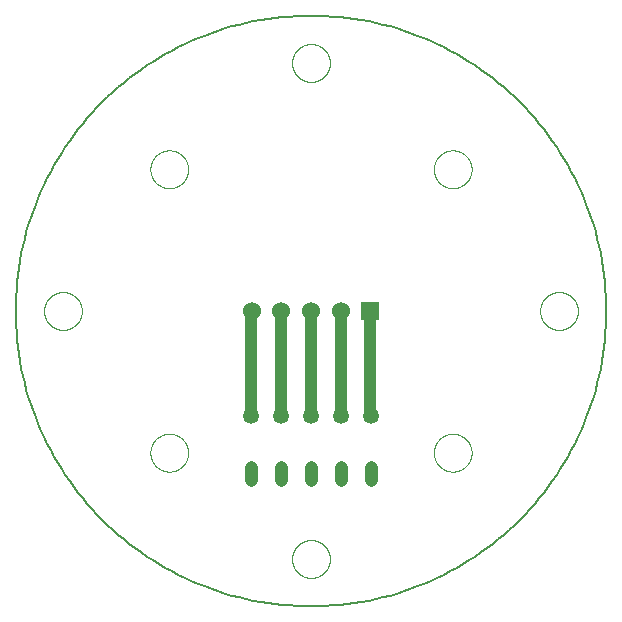
<source format=gtl>
G75*
%MOIN*%
%OFA0B0*%
%FSLAX25Y25*%
%IPPOS*%
%LPD*%
%AMOC8*
5,1,8,0,0,1.08239X$1,22.5*
%
%ADD10C,0.00600*%
%ADD11C,0.00000*%
%ADD12R,0.06000X0.06000*%
%ADD13C,0.06000*%
%ADD14C,0.04362*%
%ADD15C,0.04000*%
%ADD16C,0.05315*%
D10*
X0001300Y0099725D02*
X0001330Y0102140D01*
X0001419Y0104554D01*
X0001567Y0106966D01*
X0001774Y0109372D01*
X0002040Y0111773D01*
X0002365Y0114167D01*
X0002749Y0116552D01*
X0003191Y0118927D01*
X0003692Y0121290D01*
X0004250Y0123640D01*
X0004865Y0125976D01*
X0005538Y0128296D01*
X0006268Y0130599D01*
X0007054Y0132883D01*
X0007895Y0135148D01*
X0008792Y0137391D01*
X0009744Y0139611D01*
X0010750Y0141807D01*
X0011809Y0143978D01*
X0012922Y0146122D01*
X0014087Y0148239D01*
X0015303Y0150326D01*
X0016570Y0152382D01*
X0017888Y0154407D01*
X0019254Y0156399D01*
X0020669Y0158357D01*
X0022132Y0160279D01*
X0023641Y0162165D01*
X0025197Y0164014D01*
X0026797Y0165823D01*
X0028441Y0167593D01*
X0030128Y0169322D01*
X0031857Y0171009D01*
X0033627Y0172653D01*
X0035436Y0174253D01*
X0037285Y0175809D01*
X0039171Y0177318D01*
X0041093Y0178781D01*
X0043051Y0180196D01*
X0045043Y0181562D01*
X0047068Y0182880D01*
X0049124Y0184147D01*
X0051211Y0185363D01*
X0053328Y0186528D01*
X0055472Y0187641D01*
X0057643Y0188700D01*
X0059839Y0189706D01*
X0062059Y0190658D01*
X0064302Y0191555D01*
X0066567Y0192396D01*
X0068851Y0193182D01*
X0071154Y0193912D01*
X0073474Y0194585D01*
X0075810Y0195200D01*
X0078160Y0195758D01*
X0080523Y0196259D01*
X0082898Y0196701D01*
X0085283Y0197085D01*
X0087677Y0197410D01*
X0090078Y0197676D01*
X0092484Y0197883D01*
X0094896Y0198031D01*
X0097310Y0198120D01*
X0099725Y0198150D01*
X0102140Y0198120D01*
X0104554Y0198031D01*
X0106966Y0197883D01*
X0109372Y0197676D01*
X0111773Y0197410D01*
X0114167Y0197085D01*
X0116552Y0196701D01*
X0118927Y0196259D01*
X0121290Y0195758D01*
X0123640Y0195200D01*
X0125976Y0194585D01*
X0128296Y0193912D01*
X0130599Y0193182D01*
X0132883Y0192396D01*
X0135148Y0191555D01*
X0137391Y0190658D01*
X0139611Y0189706D01*
X0141807Y0188700D01*
X0143978Y0187641D01*
X0146122Y0186528D01*
X0148239Y0185363D01*
X0150326Y0184147D01*
X0152382Y0182880D01*
X0154407Y0181562D01*
X0156399Y0180196D01*
X0158357Y0178781D01*
X0160279Y0177318D01*
X0162165Y0175809D01*
X0164014Y0174253D01*
X0165823Y0172653D01*
X0167593Y0171009D01*
X0169322Y0169322D01*
X0171009Y0167593D01*
X0172653Y0165823D01*
X0174253Y0164014D01*
X0175809Y0162165D01*
X0177318Y0160279D01*
X0178781Y0158357D01*
X0180196Y0156399D01*
X0181562Y0154407D01*
X0182880Y0152382D01*
X0184147Y0150326D01*
X0185363Y0148239D01*
X0186528Y0146122D01*
X0187641Y0143978D01*
X0188700Y0141807D01*
X0189706Y0139611D01*
X0190658Y0137391D01*
X0191555Y0135148D01*
X0192396Y0132883D01*
X0193182Y0130599D01*
X0193912Y0128296D01*
X0194585Y0125976D01*
X0195200Y0123640D01*
X0195758Y0121290D01*
X0196259Y0118927D01*
X0196701Y0116552D01*
X0197085Y0114167D01*
X0197410Y0111773D01*
X0197676Y0109372D01*
X0197883Y0106966D01*
X0198031Y0104554D01*
X0198120Y0102140D01*
X0198150Y0099725D01*
X0198120Y0097310D01*
X0198031Y0094896D01*
X0197883Y0092484D01*
X0197676Y0090078D01*
X0197410Y0087677D01*
X0197085Y0085283D01*
X0196701Y0082898D01*
X0196259Y0080523D01*
X0195758Y0078160D01*
X0195200Y0075810D01*
X0194585Y0073474D01*
X0193912Y0071154D01*
X0193182Y0068851D01*
X0192396Y0066567D01*
X0191555Y0064302D01*
X0190658Y0062059D01*
X0189706Y0059839D01*
X0188700Y0057643D01*
X0187641Y0055472D01*
X0186528Y0053328D01*
X0185363Y0051211D01*
X0184147Y0049124D01*
X0182880Y0047068D01*
X0181562Y0045043D01*
X0180196Y0043051D01*
X0178781Y0041093D01*
X0177318Y0039171D01*
X0175809Y0037285D01*
X0174253Y0035436D01*
X0172653Y0033627D01*
X0171009Y0031857D01*
X0169322Y0030128D01*
X0167593Y0028441D01*
X0165823Y0026797D01*
X0164014Y0025197D01*
X0162165Y0023641D01*
X0160279Y0022132D01*
X0158357Y0020669D01*
X0156399Y0019254D01*
X0154407Y0017888D01*
X0152382Y0016570D01*
X0150326Y0015303D01*
X0148239Y0014087D01*
X0146122Y0012922D01*
X0143978Y0011809D01*
X0141807Y0010750D01*
X0139611Y0009744D01*
X0137391Y0008792D01*
X0135148Y0007895D01*
X0132883Y0007054D01*
X0130599Y0006268D01*
X0128296Y0005538D01*
X0125976Y0004865D01*
X0123640Y0004250D01*
X0121290Y0003692D01*
X0118927Y0003191D01*
X0116552Y0002749D01*
X0114167Y0002365D01*
X0111773Y0002040D01*
X0109372Y0001774D01*
X0106966Y0001567D01*
X0104554Y0001419D01*
X0102140Y0001330D01*
X0099725Y0001300D01*
X0097310Y0001330D01*
X0094896Y0001419D01*
X0092484Y0001567D01*
X0090078Y0001774D01*
X0087677Y0002040D01*
X0085283Y0002365D01*
X0082898Y0002749D01*
X0080523Y0003191D01*
X0078160Y0003692D01*
X0075810Y0004250D01*
X0073474Y0004865D01*
X0071154Y0005538D01*
X0068851Y0006268D01*
X0066567Y0007054D01*
X0064302Y0007895D01*
X0062059Y0008792D01*
X0059839Y0009744D01*
X0057643Y0010750D01*
X0055472Y0011809D01*
X0053328Y0012922D01*
X0051211Y0014087D01*
X0049124Y0015303D01*
X0047068Y0016570D01*
X0045043Y0017888D01*
X0043051Y0019254D01*
X0041093Y0020669D01*
X0039171Y0022132D01*
X0037285Y0023641D01*
X0035436Y0025197D01*
X0033627Y0026797D01*
X0031857Y0028441D01*
X0030128Y0030128D01*
X0028441Y0031857D01*
X0026797Y0033627D01*
X0025197Y0035436D01*
X0023641Y0037285D01*
X0022132Y0039171D01*
X0020669Y0041093D01*
X0019254Y0043051D01*
X0017888Y0045043D01*
X0016570Y0047068D01*
X0015303Y0049124D01*
X0014087Y0051211D01*
X0012922Y0053328D01*
X0011809Y0055472D01*
X0010750Y0057643D01*
X0009744Y0059839D01*
X0008792Y0062059D01*
X0007895Y0064302D01*
X0007054Y0066567D01*
X0006268Y0068851D01*
X0005538Y0071154D01*
X0004865Y0073474D01*
X0004250Y0075810D01*
X0003692Y0078160D01*
X0003191Y0080523D01*
X0002749Y0082898D01*
X0002365Y0085283D01*
X0002040Y0087677D01*
X0001774Y0090078D01*
X0001567Y0092484D01*
X0001419Y0094896D01*
X0001330Y0097310D01*
X0001300Y0099725D01*
D11*
X0046182Y0052481D02*
X0046184Y0052639D01*
X0046190Y0052797D01*
X0046200Y0052955D01*
X0046214Y0053113D01*
X0046232Y0053270D01*
X0046253Y0053427D01*
X0046279Y0053583D01*
X0046309Y0053739D01*
X0046342Y0053894D01*
X0046380Y0054047D01*
X0046421Y0054200D01*
X0046466Y0054352D01*
X0046515Y0054503D01*
X0046568Y0054652D01*
X0046624Y0054800D01*
X0046684Y0054946D01*
X0046748Y0055091D01*
X0046816Y0055234D01*
X0046887Y0055376D01*
X0046961Y0055516D01*
X0047039Y0055653D01*
X0047121Y0055789D01*
X0047205Y0055923D01*
X0047294Y0056054D01*
X0047385Y0056183D01*
X0047480Y0056310D01*
X0047577Y0056435D01*
X0047678Y0056557D01*
X0047782Y0056676D01*
X0047889Y0056793D01*
X0047999Y0056907D01*
X0048112Y0057018D01*
X0048227Y0057127D01*
X0048345Y0057232D01*
X0048466Y0057334D01*
X0048589Y0057434D01*
X0048715Y0057530D01*
X0048843Y0057623D01*
X0048973Y0057713D01*
X0049106Y0057799D01*
X0049241Y0057883D01*
X0049377Y0057962D01*
X0049516Y0058039D01*
X0049657Y0058111D01*
X0049799Y0058181D01*
X0049943Y0058246D01*
X0050089Y0058308D01*
X0050236Y0058366D01*
X0050385Y0058421D01*
X0050535Y0058472D01*
X0050686Y0058519D01*
X0050838Y0058562D01*
X0050991Y0058601D01*
X0051146Y0058637D01*
X0051301Y0058668D01*
X0051457Y0058696D01*
X0051613Y0058720D01*
X0051770Y0058740D01*
X0051928Y0058756D01*
X0052085Y0058768D01*
X0052244Y0058776D01*
X0052402Y0058780D01*
X0052560Y0058780D01*
X0052718Y0058776D01*
X0052877Y0058768D01*
X0053034Y0058756D01*
X0053192Y0058740D01*
X0053349Y0058720D01*
X0053505Y0058696D01*
X0053661Y0058668D01*
X0053816Y0058637D01*
X0053971Y0058601D01*
X0054124Y0058562D01*
X0054276Y0058519D01*
X0054427Y0058472D01*
X0054577Y0058421D01*
X0054726Y0058366D01*
X0054873Y0058308D01*
X0055019Y0058246D01*
X0055163Y0058181D01*
X0055305Y0058111D01*
X0055446Y0058039D01*
X0055585Y0057962D01*
X0055721Y0057883D01*
X0055856Y0057799D01*
X0055989Y0057713D01*
X0056119Y0057623D01*
X0056247Y0057530D01*
X0056373Y0057434D01*
X0056496Y0057334D01*
X0056617Y0057232D01*
X0056735Y0057127D01*
X0056850Y0057018D01*
X0056963Y0056907D01*
X0057073Y0056793D01*
X0057180Y0056676D01*
X0057284Y0056557D01*
X0057385Y0056435D01*
X0057482Y0056310D01*
X0057577Y0056183D01*
X0057668Y0056054D01*
X0057757Y0055923D01*
X0057841Y0055789D01*
X0057923Y0055653D01*
X0058001Y0055516D01*
X0058075Y0055376D01*
X0058146Y0055234D01*
X0058214Y0055091D01*
X0058278Y0054946D01*
X0058338Y0054800D01*
X0058394Y0054652D01*
X0058447Y0054503D01*
X0058496Y0054352D01*
X0058541Y0054200D01*
X0058582Y0054047D01*
X0058620Y0053894D01*
X0058653Y0053739D01*
X0058683Y0053583D01*
X0058709Y0053427D01*
X0058730Y0053270D01*
X0058748Y0053113D01*
X0058762Y0052955D01*
X0058772Y0052797D01*
X0058778Y0052639D01*
X0058780Y0052481D01*
X0058778Y0052323D01*
X0058772Y0052165D01*
X0058762Y0052007D01*
X0058748Y0051849D01*
X0058730Y0051692D01*
X0058709Y0051535D01*
X0058683Y0051379D01*
X0058653Y0051223D01*
X0058620Y0051068D01*
X0058582Y0050915D01*
X0058541Y0050762D01*
X0058496Y0050610D01*
X0058447Y0050459D01*
X0058394Y0050310D01*
X0058338Y0050162D01*
X0058278Y0050016D01*
X0058214Y0049871D01*
X0058146Y0049728D01*
X0058075Y0049586D01*
X0058001Y0049446D01*
X0057923Y0049309D01*
X0057841Y0049173D01*
X0057757Y0049039D01*
X0057668Y0048908D01*
X0057577Y0048779D01*
X0057482Y0048652D01*
X0057385Y0048527D01*
X0057284Y0048405D01*
X0057180Y0048286D01*
X0057073Y0048169D01*
X0056963Y0048055D01*
X0056850Y0047944D01*
X0056735Y0047835D01*
X0056617Y0047730D01*
X0056496Y0047628D01*
X0056373Y0047528D01*
X0056247Y0047432D01*
X0056119Y0047339D01*
X0055989Y0047249D01*
X0055856Y0047163D01*
X0055721Y0047079D01*
X0055585Y0047000D01*
X0055446Y0046923D01*
X0055305Y0046851D01*
X0055163Y0046781D01*
X0055019Y0046716D01*
X0054873Y0046654D01*
X0054726Y0046596D01*
X0054577Y0046541D01*
X0054427Y0046490D01*
X0054276Y0046443D01*
X0054124Y0046400D01*
X0053971Y0046361D01*
X0053816Y0046325D01*
X0053661Y0046294D01*
X0053505Y0046266D01*
X0053349Y0046242D01*
X0053192Y0046222D01*
X0053034Y0046206D01*
X0052877Y0046194D01*
X0052718Y0046186D01*
X0052560Y0046182D01*
X0052402Y0046182D01*
X0052244Y0046186D01*
X0052085Y0046194D01*
X0051928Y0046206D01*
X0051770Y0046222D01*
X0051613Y0046242D01*
X0051457Y0046266D01*
X0051301Y0046294D01*
X0051146Y0046325D01*
X0050991Y0046361D01*
X0050838Y0046400D01*
X0050686Y0046443D01*
X0050535Y0046490D01*
X0050385Y0046541D01*
X0050236Y0046596D01*
X0050089Y0046654D01*
X0049943Y0046716D01*
X0049799Y0046781D01*
X0049657Y0046851D01*
X0049516Y0046923D01*
X0049377Y0047000D01*
X0049241Y0047079D01*
X0049106Y0047163D01*
X0048973Y0047249D01*
X0048843Y0047339D01*
X0048715Y0047432D01*
X0048589Y0047528D01*
X0048466Y0047628D01*
X0048345Y0047730D01*
X0048227Y0047835D01*
X0048112Y0047944D01*
X0047999Y0048055D01*
X0047889Y0048169D01*
X0047782Y0048286D01*
X0047678Y0048405D01*
X0047577Y0048527D01*
X0047480Y0048652D01*
X0047385Y0048779D01*
X0047294Y0048908D01*
X0047205Y0049039D01*
X0047121Y0049173D01*
X0047039Y0049309D01*
X0046961Y0049446D01*
X0046887Y0049586D01*
X0046816Y0049728D01*
X0046748Y0049871D01*
X0046684Y0050016D01*
X0046624Y0050162D01*
X0046568Y0050310D01*
X0046515Y0050459D01*
X0046466Y0050610D01*
X0046421Y0050762D01*
X0046380Y0050915D01*
X0046342Y0051068D01*
X0046309Y0051223D01*
X0046279Y0051379D01*
X0046253Y0051535D01*
X0046232Y0051692D01*
X0046214Y0051849D01*
X0046200Y0052007D01*
X0046190Y0052165D01*
X0046184Y0052323D01*
X0046182Y0052481D01*
X0010749Y0099725D02*
X0010751Y0099883D01*
X0010757Y0100041D01*
X0010767Y0100199D01*
X0010781Y0100357D01*
X0010799Y0100514D01*
X0010820Y0100671D01*
X0010846Y0100827D01*
X0010876Y0100983D01*
X0010909Y0101138D01*
X0010947Y0101291D01*
X0010988Y0101444D01*
X0011033Y0101596D01*
X0011082Y0101747D01*
X0011135Y0101896D01*
X0011191Y0102044D01*
X0011251Y0102190D01*
X0011315Y0102335D01*
X0011383Y0102478D01*
X0011454Y0102620D01*
X0011528Y0102760D01*
X0011606Y0102897D01*
X0011688Y0103033D01*
X0011772Y0103167D01*
X0011861Y0103298D01*
X0011952Y0103427D01*
X0012047Y0103554D01*
X0012144Y0103679D01*
X0012245Y0103801D01*
X0012349Y0103920D01*
X0012456Y0104037D01*
X0012566Y0104151D01*
X0012679Y0104262D01*
X0012794Y0104371D01*
X0012912Y0104476D01*
X0013033Y0104578D01*
X0013156Y0104678D01*
X0013282Y0104774D01*
X0013410Y0104867D01*
X0013540Y0104957D01*
X0013673Y0105043D01*
X0013808Y0105127D01*
X0013944Y0105206D01*
X0014083Y0105283D01*
X0014224Y0105355D01*
X0014366Y0105425D01*
X0014510Y0105490D01*
X0014656Y0105552D01*
X0014803Y0105610D01*
X0014952Y0105665D01*
X0015102Y0105716D01*
X0015253Y0105763D01*
X0015405Y0105806D01*
X0015558Y0105845D01*
X0015713Y0105881D01*
X0015868Y0105912D01*
X0016024Y0105940D01*
X0016180Y0105964D01*
X0016337Y0105984D01*
X0016495Y0106000D01*
X0016652Y0106012D01*
X0016811Y0106020D01*
X0016969Y0106024D01*
X0017127Y0106024D01*
X0017285Y0106020D01*
X0017444Y0106012D01*
X0017601Y0106000D01*
X0017759Y0105984D01*
X0017916Y0105964D01*
X0018072Y0105940D01*
X0018228Y0105912D01*
X0018383Y0105881D01*
X0018538Y0105845D01*
X0018691Y0105806D01*
X0018843Y0105763D01*
X0018994Y0105716D01*
X0019144Y0105665D01*
X0019293Y0105610D01*
X0019440Y0105552D01*
X0019586Y0105490D01*
X0019730Y0105425D01*
X0019872Y0105355D01*
X0020013Y0105283D01*
X0020152Y0105206D01*
X0020288Y0105127D01*
X0020423Y0105043D01*
X0020556Y0104957D01*
X0020686Y0104867D01*
X0020814Y0104774D01*
X0020940Y0104678D01*
X0021063Y0104578D01*
X0021184Y0104476D01*
X0021302Y0104371D01*
X0021417Y0104262D01*
X0021530Y0104151D01*
X0021640Y0104037D01*
X0021747Y0103920D01*
X0021851Y0103801D01*
X0021952Y0103679D01*
X0022049Y0103554D01*
X0022144Y0103427D01*
X0022235Y0103298D01*
X0022324Y0103167D01*
X0022408Y0103033D01*
X0022490Y0102897D01*
X0022568Y0102760D01*
X0022642Y0102620D01*
X0022713Y0102478D01*
X0022781Y0102335D01*
X0022845Y0102190D01*
X0022905Y0102044D01*
X0022961Y0101896D01*
X0023014Y0101747D01*
X0023063Y0101596D01*
X0023108Y0101444D01*
X0023149Y0101291D01*
X0023187Y0101138D01*
X0023220Y0100983D01*
X0023250Y0100827D01*
X0023276Y0100671D01*
X0023297Y0100514D01*
X0023315Y0100357D01*
X0023329Y0100199D01*
X0023339Y0100041D01*
X0023345Y0099883D01*
X0023347Y0099725D01*
X0023345Y0099567D01*
X0023339Y0099409D01*
X0023329Y0099251D01*
X0023315Y0099093D01*
X0023297Y0098936D01*
X0023276Y0098779D01*
X0023250Y0098623D01*
X0023220Y0098467D01*
X0023187Y0098312D01*
X0023149Y0098159D01*
X0023108Y0098006D01*
X0023063Y0097854D01*
X0023014Y0097703D01*
X0022961Y0097554D01*
X0022905Y0097406D01*
X0022845Y0097260D01*
X0022781Y0097115D01*
X0022713Y0096972D01*
X0022642Y0096830D01*
X0022568Y0096690D01*
X0022490Y0096553D01*
X0022408Y0096417D01*
X0022324Y0096283D01*
X0022235Y0096152D01*
X0022144Y0096023D01*
X0022049Y0095896D01*
X0021952Y0095771D01*
X0021851Y0095649D01*
X0021747Y0095530D01*
X0021640Y0095413D01*
X0021530Y0095299D01*
X0021417Y0095188D01*
X0021302Y0095079D01*
X0021184Y0094974D01*
X0021063Y0094872D01*
X0020940Y0094772D01*
X0020814Y0094676D01*
X0020686Y0094583D01*
X0020556Y0094493D01*
X0020423Y0094407D01*
X0020288Y0094323D01*
X0020152Y0094244D01*
X0020013Y0094167D01*
X0019872Y0094095D01*
X0019730Y0094025D01*
X0019586Y0093960D01*
X0019440Y0093898D01*
X0019293Y0093840D01*
X0019144Y0093785D01*
X0018994Y0093734D01*
X0018843Y0093687D01*
X0018691Y0093644D01*
X0018538Y0093605D01*
X0018383Y0093569D01*
X0018228Y0093538D01*
X0018072Y0093510D01*
X0017916Y0093486D01*
X0017759Y0093466D01*
X0017601Y0093450D01*
X0017444Y0093438D01*
X0017285Y0093430D01*
X0017127Y0093426D01*
X0016969Y0093426D01*
X0016811Y0093430D01*
X0016652Y0093438D01*
X0016495Y0093450D01*
X0016337Y0093466D01*
X0016180Y0093486D01*
X0016024Y0093510D01*
X0015868Y0093538D01*
X0015713Y0093569D01*
X0015558Y0093605D01*
X0015405Y0093644D01*
X0015253Y0093687D01*
X0015102Y0093734D01*
X0014952Y0093785D01*
X0014803Y0093840D01*
X0014656Y0093898D01*
X0014510Y0093960D01*
X0014366Y0094025D01*
X0014224Y0094095D01*
X0014083Y0094167D01*
X0013944Y0094244D01*
X0013808Y0094323D01*
X0013673Y0094407D01*
X0013540Y0094493D01*
X0013410Y0094583D01*
X0013282Y0094676D01*
X0013156Y0094772D01*
X0013033Y0094872D01*
X0012912Y0094974D01*
X0012794Y0095079D01*
X0012679Y0095188D01*
X0012566Y0095299D01*
X0012456Y0095413D01*
X0012349Y0095530D01*
X0012245Y0095649D01*
X0012144Y0095771D01*
X0012047Y0095896D01*
X0011952Y0096023D01*
X0011861Y0096152D01*
X0011772Y0096283D01*
X0011688Y0096417D01*
X0011606Y0096553D01*
X0011528Y0096690D01*
X0011454Y0096830D01*
X0011383Y0096972D01*
X0011315Y0097115D01*
X0011251Y0097260D01*
X0011191Y0097406D01*
X0011135Y0097554D01*
X0011082Y0097703D01*
X0011033Y0097854D01*
X0010988Y0098006D01*
X0010947Y0098159D01*
X0010909Y0098312D01*
X0010876Y0098467D01*
X0010846Y0098623D01*
X0010820Y0098779D01*
X0010799Y0098936D01*
X0010781Y0099093D01*
X0010767Y0099251D01*
X0010757Y0099409D01*
X0010751Y0099567D01*
X0010749Y0099725D01*
X0046182Y0146969D02*
X0046184Y0147127D01*
X0046190Y0147285D01*
X0046200Y0147443D01*
X0046214Y0147601D01*
X0046232Y0147758D01*
X0046253Y0147915D01*
X0046279Y0148071D01*
X0046309Y0148227D01*
X0046342Y0148382D01*
X0046380Y0148535D01*
X0046421Y0148688D01*
X0046466Y0148840D01*
X0046515Y0148991D01*
X0046568Y0149140D01*
X0046624Y0149288D01*
X0046684Y0149434D01*
X0046748Y0149579D01*
X0046816Y0149722D01*
X0046887Y0149864D01*
X0046961Y0150004D01*
X0047039Y0150141D01*
X0047121Y0150277D01*
X0047205Y0150411D01*
X0047294Y0150542D01*
X0047385Y0150671D01*
X0047480Y0150798D01*
X0047577Y0150923D01*
X0047678Y0151045D01*
X0047782Y0151164D01*
X0047889Y0151281D01*
X0047999Y0151395D01*
X0048112Y0151506D01*
X0048227Y0151615D01*
X0048345Y0151720D01*
X0048466Y0151822D01*
X0048589Y0151922D01*
X0048715Y0152018D01*
X0048843Y0152111D01*
X0048973Y0152201D01*
X0049106Y0152287D01*
X0049241Y0152371D01*
X0049377Y0152450D01*
X0049516Y0152527D01*
X0049657Y0152599D01*
X0049799Y0152669D01*
X0049943Y0152734D01*
X0050089Y0152796D01*
X0050236Y0152854D01*
X0050385Y0152909D01*
X0050535Y0152960D01*
X0050686Y0153007D01*
X0050838Y0153050D01*
X0050991Y0153089D01*
X0051146Y0153125D01*
X0051301Y0153156D01*
X0051457Y0153184D01*
X0051613Y0153208D01*
X0051770Y0153228D01*
X0051928Y0153244D01*
X0052085Y0153256D01*
X0052244Y0153264D01*
X0052402Y0153268D01*
X0052560Y0153268D01*
X0052718Y0153264D01*
X0052877Y0153256D01*
X0053034Y0153244D01*
X0053192Y0153228D01*
X0053349Y0153208D01*
X0053505Y0153184D01*
X0053661Y0153156D01*
X0053816Y0153125D01*
X0053971Y0153089D01*
X0054124Y0153050D01*
X0054276Y0153007D01*
X0054427Y0152960D01*
X0054577Y0152909D01*
X0054726Y0152854D01*
X0054873Y0152796D01*
X0055019Y0152734D01*
X0055163Y0152669D01*
X0055305Y0152599D01*
X0055446Y0152527D01*
X0055585Y0152450D01*
X0055721Y0152371D01*
X0055856Y0152287D01*
X0055989Y0152201D01*
X0056119Y0152111D01*
X0056247Y0152018D01*
X0056373Y0151922D01*
X0056496Y0151822D01*
X0056617Y0151720D01*
X0056735Y0151615D01*
X0056850Y0151506D01*
X0056963Y0151395D01*
X0057073Y0151281D01*
X0057180Y0151164D01*
X0057284Y0151045D01*
X0057385Y0150923D01*
X0057482Y0150798D01*
X0057577Y0150671D01*
X0057668Y0150542D01*
X0057757Y0150411D01*
X0057841Y0150277D01*
X0057923Y0150141D01*
X0058001Y0150004D01*
X0058075Y0149864D01*
X0058146Y0149722D01*
X0058214Y0149579D01*
X0058278Y0149434D01*
X0058338Y0149288D01*
X0058394Y0149140D01*
X0058447Y0148991D01*
X0058496Y0148840D01*
X0058541Y0148688D01*
X0058582Y0148535D01*
X0058620Y0148382D01*
X0058653Y0148227D01*
X0058683Y0148071D01*
X0058709Y0147915D01*
X0058730Y0147758D01*
X0058748Y0147601D01*
X0058762Y0147443D01*
X0058772Y0147285D01*
X0058778Y0147127D01*
X0058780Y0146969D01*
X0058778Y0146811D01*
X0058772Y0146653D01*
X0058762Y0146495D01*
X0058748Y0146337D01*
X0058730Y0146180D01*
X0058709Y0146023D01*
X0058683Y0145867D01*
X0058653Y0145711D01*
X0058620Y0145556D01*
X0058582Y0145403D01*
X0058541Y0145250D01*
X0058496Y0145098D01*
X0058447Y0144947D01*
X0058394Y0144798D01*
X0058338Y0144650D01*
X0058278Y0144504D01*
X0058214Y0144359D01*
X0058146Y0144216D01*
X0058075Y0144074D01*
X0058001Y0143934D01*
X0057923Y0143797D01*
X0057841Y0143661D01*
X0057757Y0143527D01*
X0057668Y0143396D01*
X0057577Y0143267D01*
X0057482Y0143140D01*
X0057385Y0143015D01*
X0057284Y0142893D01*
X0057180Y0142774D01*
X0057073Y0142657D01*
X0056963Y0142543D01*
X0056850Y0142432D01*
X0056735Y0142323D01*
X0056617Y0142218D01*
X0056496Y0142116D01*
X0056373Y0142016D01*
X0056247Y0141920D01*
X0056119Y0141827D01*
X0055989Y0141737D01*
X0055856Y0141651D01*
X0055721Y0141567D01*
X0055585Y0141488D01*
X0055446Y0141411D01*
X0055305Y0141339D01*
X0055163Y0141269D01*
X0055019Y0141204D01*
X0054873Y0141142D01*
X0054726Y0141084D01*
X0054577Y0141029D01*
X0054427Y0140978D01*
X0054276Y0140931D01*
X0054124Y0140888D01*
X0053971Y0140849D01*
X0053816Y0140813D01*
X0053661Y0140782D01*
X0053505Y0140754D01*
X0053349Y0140730D01*
X0053192Y0140710D01*
X0053034Y0140694D01*
X0052877Y0140682D01*
X0052718Y0140674D01*
X0052560Y0140670D01*
X0052402Y0140670D01*
X0052244Y0140674D01*
X0052085Y0140682D01*
X0051928Y0140694D01*
X0051770Y0140710D01*
X0051613Y0140730D01*
X0051457Y0140754D01*
X0051301Y0140782D01*
X0051146Y0140813D01*
X0050991Y0140849D01*
X0050838Y0140888D01*
X0050686Y0140931D01*
X0050535Y0140978D01*
X0050385Y0141029D01*
X0050236Y0141084D01*
X0050089Y0141142D01*
X0049943Y0141204D01*
X0049799Y0141269D01*
X0049657Y0141339D01*
X0049516Y0141411D01*
X0049377Y0141488D01*
X0049241Y0141567D01*
X0049106Y0141651D01*
X0048973Y0141737D01*
X0048843Y0141827D01*
X0048715Y0141920D01*
X0048589Y0142016D01*
X0048466Y0142116D01*
X0048345Y0142218D01*
X0048227Y0142323D01*
X0048112Y0142432D01*
X0047999Y0142543D01*
X0047889Y0142657D01*
X0047782Y0142774D01*
X0047678Y0142893D01*
X0047577Y0143015D01*
X0047480Y0143140D01*
X0047385Y0143267D01*
X0047294Y0143396D01*
X0047205Y0143527D01*
X0047121Y0143661D01*
X0047039Y0143797D01*
X0046961Y0143934D01*
X0046887Y0144074D01*
X0046816Y0144216D01*
X0046748Y0144359D01*
X0046684Y0144504D01*
X0046624Y0144650D01*
X0046568Y0144798D01*
X0046515Y0144947D01*
X0046466Y0145098D01*
X0046421Y0145250D01*
X0046380Y0145403D01*
X0046342Y0145556D01*
X0046309Y0145711D01*
X0046279Y0145867D01*
X0046253Y0146023D01*
X0046232Y0146180D01*
X0046214Y0146337D01*
X0046200Y0146495D01*
X0046190Y0146653D01*
X0046184Y0146811D01*
X0046182Y0146969D01*
X0093426Y0182402D02*
X0093428Y0182560D01*
X0093434Y0182718D01*
X0093444Y0182876D01*
X0093458Y0183034D01*
X0093476Y0183191D01*
X0093497Y0183348D01*
X0093523Y0183504D01*
X0093553Y0183660D01*
X0093586Y0183815D01*
X0093624Y0183968D01*
X0093665Y0184121D01*
X0093710Y0184273D01*
X0093759Y0184424D01*
X0093812Y0184573D01*
X0093868Y0184721D01*
X0093928Y0184867D01*
X0093992Y0185012D01*
X0094060Y0185155D01*
X0094131Y0185297D01*
X0094205Y0185437D01*
X0094283Y0185574D01*
X0094365Y0185710D01*
X0094449Y0185844D01*
X0094538Y0185975D01*
X0094629Y0186104D01*
X0094724Y0186231D01*
X0094821Y0186356D01*
X0094922Y0186478D01*
X0095026Y0186597D01*
X0095133Y0186714D01*
X0095243Y0186828D01*
X0095356Y0186939D01*
X0095471Y0187048D01*
X0095589Y0187153D01*
X0095710Y0187255D01*
X0095833Y0187355D01*
X0095959Y0187451D01*
X0096087Y0187544D01*
X0096217Y0187634D01*
X0096350Y0187720D01*
X0096485Y0187804D01*
X0096621Y0187883D01*
X0096760Y0187960D01*
X0096901Y0188032D01*
X0097043Y0188102D01*
X0097187Y0188167D01*
X0097333Y0188229D01*
X0097480Y0188287D01*
X0097629Y0188342D01*
X0097779Y0188393D01*
X0097930Y0188440D01*
X0098082Y0188483D01*
X0098235Y0188522D01*
X0098390Y0188558D01*
X0098545Y0188589D01*
X0098701Y0188617D01*
X0098857Y0188641D01*
X0099014Y0188661D01*
X0099172Y0188677D01*
X0099329Y0188689D01*
X0099488Y0188697D01*
X0099646Y0188701D01*
X0099804Y0188701D01*
X0099962Y0188697D01*
X0100121Y0188689D01*
X0100278Y0188677D01*
X0100436Y0188661D01*
X0100593Y0188641D01*
X0100749Y0188617D01*
X0100905Y0188589D01*
X0101060Y0188558D01*
X0101215Y0188522D01*
X0101368Y0188483D01*
X0101520Y0188440D01*
X0101671Y0188393D01*
X0101821Y0188342D01*
X0101970Y0188287D01*
X0102117Y0188229D01*
X0102263Y0188167D01*
X0102407Y0188102D01*
X0102549Y0188032D01*
X0102690Y0187960D01*
X0102829Y0187883D01*
X0102965Y0187804D01*
X0103100Y0187720D01*
X0103233Y0187634D01*
X0103363Y0187544D01*
X0103491Y0187451D01*
X0103617Y0187355D01*
X0103740Y0187255D01*
X0103861Y0187153D01*
X0103979Y0187048D01*
X0104094Y0186939D01*
X0104207Y0186828D01*
X0104317Y0186714D01*
X0104424Y0186597D01*
X0104528Y0186478D01*
X0104629Y0186356D01*
X0104726Y0186231D01*
X0104821Y0186104D01*
X0104912Y0185975D01*
X0105001Y0185844D01*
X0105085Y0185710D01*
X0105167Y0185574D01*
X0105245Y0185437D01*
X0105319Y0185297D01*
X0105390Y0185155D01*
X0105458Y0185012D01*
X0105522Y0184867D01*
X0105582Y0184721D01*
X0105638Y0184573D01*
X0105691Y0184424D01*
X0105740Y0184273D01*
X0105785Y0184121D01*
X0105826Y0183968D01*
X0105864Y0183815D01*
X0105897Y0183660D01*
X0105927Y0183504D01*
X0105953Y0183348D01*
X0105974Y0183191D01*
X0105992Y0183034D01*
X0106006Y0182876D01*
X0106016Y0182718D01*
X0106022Y0182560D01*
X0106024Y0182402D01*
X0106022Y0182244D01*
X0106016Y0182086D01*
X0106006Y0181928D01*
X0105992Y0181770D01*
X0105974Y0181613D01*
X0105953Y0181456D01*
X0105927Y0181300D01*
X0105897Y0181144D01*
X0105864Y0180989D01*
X0105826Y0180836D01*
X0105785Y0180683D01*
X0105740Y0180531D01*
X0105691Y0180380D01*
X0105638Y0180231D01*
X0105582Y0180083D01*
X0105522Y0179937D01*
X0105458Y0179792D01*
X0105390Y0179649D01*
X0105319Y0179507D01*
X0105245Y0179367D01*
X0105167Y0179230D01*
X0105085Y0179094D01*
X0105001Y0178960D01*
X0104912Y0178829D01*
X0104821Y0178700D01*
X0104726Y0178573D01*
X0104629Y0178448D01*
X0104528Y0178326D01*
X0104424Y0178207D01*
X0104317Y0178090D01*
X0104207Y0177976D01*
X0104094Y0177865D01*
X0103979Y0177756D01*
X0103861Y0177651D01*
X0103740Y0177549D01*
X0103617Y0177449D01*
X0103491Y0177353D01*
X0103363Y0177260D01*
X0103233Y0177170D01*
X0103100Y0177084D01*
X0102965Y0177000D01*
X0102829Y0176921D01*
X0102690Y0176844D01*
X0102549Y0176772D01*
X0102407Y0176702D01*
X0102263Y0176637D01*
X0102117Y0176575D01*
X0101970Y0176517D01*
X0101821Y0176462D01*
X0101671Y0176411D01*
X0101520Y0176364D01*
X0101368Y0176321D01*
X0101215Y0176282D01*
X0101060Y0176246D01*
X0100905Y0176215D01*
X0100749Y0176187D01*
X0100593Y0176163D01*
X0100436Y0176143D01*
X0100278Y0176127D01*
X0100121Y0176115D01*
X0099962Y0176107D01*
X0099804Y0176103D01*
X0099646Y0176103D01*
X0099488Y0176107D01*
X0099329Y0176115D01*
X0099172Y0176127D01*
X0099014Y0176143D01*
X0098857Y0176163D01*
X0098701Y0176187D01*
X0098545Y0176215D01*
X0098390Y0176246D01*
X0098235Y0176282D01*
X0098082Y0176321D01*
X0097930Y0176364D01*
X0097779Y0176411D01*
X0097629Y0176462D01*
X0097480Y0176517D01*
X0097333Y0176575D01*
X0097187Y0176637D01*
X0097043Y0176702D01*
X0096901Y0176772D01*
X0096760Y0176844D01*
X0096621Y0176921D01*
X0096485Y0177000D01*
X0096350Y0177084D01*
X0096217Y0177170D01*
X0096087Y0177260D01*
X0095959Y0177353D01*
X0095833Y0177449D01*
X0095710Y0177549D01*
X0095589Y0177651D01*
X0095471Y0177756D01*
X0095356Y0177865D01*
X0095243Y0177976D01*
X0095133Y0178090D01*
X0095026Y0178207D01*
X0094922Y0178326D01*
X0094821Y0178448D01*
X0094724Y0178573D01*
X0094629Y0178700D01*
X0094538Y0178829D01*
X0094449Y0178960D01*
X0094365Y0179094D01*
X0094283Y0179230D01*
X0094205Y0179367D01*
X0094131Y0179507D01*
X0094060Y0179649D01*
X0093992Y0179792D01*
X0093928Y0179937D01*
X0093868Y0180083D01*
X0093812Y0180231D01*
X0093759Y0180380D01*
X0093710Y0180531D01*
X0093665Y0180683D01*
X0093624Y0180836D01*
X0093586Y0180989D01*
X0093553Y0181144D01*
X0093523Y0181300D01*
X0093497Y0181456D01*
X0093476Y0181613D01*
X0093458Y0181770D01*
X0093444Y0181928D01*
X0093434Y0182086D01*
X0093428Y0182244D01*
X0093426Y0182402D01*
X0140670Y0146969D02*
X0140672Y0147127D01*
X0140678Y0147285D01*
X0140688Y0147443D01*
X0140702Y0147601D01*
X0140720Y0147758D01*
X0140741Y0147915D01*
X0140767Y0148071D01*
X0140797Y0148227D01*
X0140830Y0148382D01*
X0140868Y0148535D01*
X0140909Y0148688D01*
X0140954Y0148840D01*
X0141003Y0148991D01*
X0141056Y0149140D01*
X0141112Y0149288D01*
X0141172Y0149434D01*
X0141236Y0149579D01*
X0141304Y0149722D01*
X0141375Y0149864D01*
X0141449Y0150004D01*
X0141527Y0150141D01*
X0141609Y0150277D01*
X0141693Y0150411D01*
X0141782Y0150542D01*
X0141873Y0150671D01*
X0141968Y0150798D01*
X0142065Y0150923D01*
X0142166Y0151045D01*
X0142270Y0151164D01*
X0142377Y0151281D01*
X0142487Y0151395D01*
X0142600Y0151506D01*
X0142715Y0151615D01*
X0142833Y0151720D01*
X0142954Y0151822D01*
X0143077Y0151922D01*
X0143203Y0152018D01*
X0143331Y0152111D01*
X0143461Y0152201D01*
X0143594Y0152287D01*
X0143729Y0152371D01*
X0143865Y0152450D01*
X0144004Y0152527D01*
X0144145Y0152599D01*
X0144287Y0152669D01*
X0144431Y0152734D01*
X0144577Y0152796D01*
X0144724Y0152854D01*
X0144873Y0152909D01*
X0145023Y0152960D01*
X0145174Y0153007D01*
X0145326Y0153050D01*
X0145479Y0153089D01*
X0145634Y0153125D01*
X0145789Y0153156D01*
X0145945Y0153184D01*
X0146101Y0153208D01*
X0146258Y0153228D01*
X0146416Y0153244D01*
X0146573Y0153256D01*
X0146732Y0153264D01*
X0146890Y0153268D01*
X0147048Y0153268D01*
X0147206Y0153264D01*
X0147365Y0153256D01*
X0147522Y0153244D01*
X0147680Y0153228D01*
X0147837Y0153208D01*
X0147993Y0153184D01*
X0148149Y0153156D01*
X0148304Y0153125D01*
X0148459Y0153089D01*
X0148612Y0153050D01*
X0148764Y0153007D01*
X0148915Y0152960D01*
X0149065Y0152909D01*
X0149214Y0152854D01*
X0149361Y0152796D01*
X0149507Y0152734D01*
X0149651Y0152669D01*
X0149793Y0152599D01*
X0149934Y0152527D01*
X0150073Y0152450D01*
X0150209Y0152371D01*
X0150344Y0152287D01*
X0150477Y0152201D01*
X0150607Y0152111D01*
X0150735Y0152018D01*
X0150861Y0151922D01*
X0150984Y0151822D01*
X0151105Y0151720D01*
X0151223Y0151615D01*
X0151338Y0151506D01*
X0151451Y0151395D01*
X0151561Y0151281D01*
X0151668Y0151164D01*
X0151772Y0151045D01*
X0151873Y0150923D01*
X0151970Y0150798D01*
X0152065Y0150671D01*
X0152156Y0150542D01*
X0152245Y0150411D01*
X0152329Y0150277D01*
X0152411Y0150141D01*
X0152489Y0150004D01*
X0152563Y0149864D01*
X0152634Y0149722D01*
X0152702Y0149579D01*
X0152766Y0149434D01*
X0152826Y0149288D01*
X0152882Y0149140D01*
X0152935Y0148991D01*
X0152984Y0148840D01*
X0153029Y0148688D01*
X0153070Y0148535D01*
X0153108Y0148382D01*
X0153141Y0148227D01*
X0153171Y0148071D01*
X0153197Y0147915D01*
X0153218Y0147758D01*
X0153236Y0147601D01*
X0153250Y0147443D01*
X0153260Y0147285D01*
X0153266Y0147127D01*
X0153268Y0146969D01*
X0153266Y0146811D01*
X0153260Y0146653D01*
X0153250Y0146495D01*
X0153236Y0146337D01*
X0153218Y0146180D01*
X0153197Y0146023D01*
X0153171Y0145867D01*
X0153141Y0145711D01*
X0153108Y0145556D01*
X0153070Y0145403D01*
X0153029Y0145250D01*
X0152984Y0145098D01*
X0152935Y0144947D01*
X0152882Y0144798D01*
X0152826Y0144650D01*
X0152766Y0144504D01*
X0152702Y0144359D01*
X0152634Y0144216D01*
X0152563Y0144074D01*
X0152489Y0143934D01*
X0152411Y0143797D01*
X0152329Y0143661D01*
X0152245Y0143527D01*
X0152156Y0143396D01*
X0152065Y0143267D01*
X0151970Y0143140D01*
X0151873Y0143015D01*
X0151772Y0142893D01*
X0151668Y0142774D01*
X0151561Y0142657D01*
X0151451Y0142543D01*
X0151338Y0142432D01*
X0151223Y0142323D01*
X0151105Y0142218D01*
X0150984Y0142116D01*
X0150861Y0142016D01*
X0150735Y0141920D01*
X0150607Y0141827D01*
X0150477Y0141737D01*
X0150344Y0141651D01*
X0150209Y0141567D01*
X0150073Y0141488D01*
X0149934Y0141411D01*
X0149793Y0141339D01*
X0149651Y0141269D01*
X0149507Y0141204D01*
X0149361Y0141142D01*
X0149214Y0141084D01*
X0149065Y0141029D01*
X0148915Y0140978D01*
X0148764Y0140931D01*
X0148612Y0140888D01*
X0148459Y0140849D01*
X0148304Y0140813D01*
X0148149Y0140782D01*
X0147993Y0140754D01*
X0147837Y0140730D01*
X0147680Y0140710D01*
X0147522Y0140694D01*
X0147365Y0140682D01*
X0147206Y0140674D01*
X0147048Y0140670D01*
X0146890Y0140670D01*
X0146732Y0140674D01*
X0146573Y0140682D01*
X0146416Y0140694D01*
X0146258Y0140710D01*
X0146101Y0140730D01*
X0145945Y0140754D01*
X0145789Y0140782D01*
X0145634Y0140813D01*
X0145479Y0140849D01*
X0145326Y0140888D01*
X0145174Y0140931D01*
X0145023Y0140978D01*
X0144873Y0141029D01*
X0144724Y0141084D01*
X0144577Y0141142D01*
X0144431Y0141204D01*
X0144287Y0141269D01*
X0144145Y0141339D01*
X0144004Y0141411D01*
X0143865Y0141488D01*
X0143729Y0141567D01*
X0143594Y0141651D01*
X0143461Y0141737D01*
X0143331Y0141827D01*
X0143203Y0141920D01*
X0143077Y0142016D01*
X0142954Y0142116D01*
X0142833Y0142218D01*
X0142715Y0142323D01*
X0142600Y0142432D01*
X0142487Y0142543D01*
X0142377Y0142657D01*
X0142270Y0142774D01*
X0142166Y0142893D01*
X0142065Y0143015D01*
X0141968Y0143140D01*
X0141873Y0143267D01*
X0141782Y0143396D01*
X0141693Y0143527D01*
X0141609Y0143661D01*
X0141527Y0143797D01*
X0141449Y0143934D01*
X0141375Y0144074D01*
X0141304Y0144216D01*
X0141236Y0144359D01*
X0141172Y0144504D01*
X0141112Y0144650D01*
X0141056Y0144798D01*
X0141003Y0144947D01*
X0140954Y0145098D01*
X0140909Y0145250D01*
X0140868Y0145403D01*
X0140830Y0145556D01*
X0140797Y0145711D01*
X0140767Y0145867D01*
X0140741Y0146023D01*
X0140720Y0146180D01*
X0140702Y0146337D01*
X0140688Y0146495D01*
X0140678Y0146653D01*
X0140672Y0146811D01*
X0140670Y0146969D01*
X0176103Y0099725D02*
X0176105Y0099883D01*
X0176111Y0100041D01*
X0176121Y0100199D01*
X0176135Y0100357D01*
X0176153Y0100514D01*
X0176174Y0100671D01*
X0176200Y0100827D01*
X0176230Y0100983D01*
X0176263Y0101138D01*
X0176301Y0101291D01*
X0176342Y0101444D01*
X0176387Y0101596D01*
X0176436Y0101747D01*
X0176489Y0101896D01*
X0176545Y0102044D01*
X0176605Y0102190D01*
X0176669Y0102335D01*
X0176737Y0102478D01*
X0176808Y0102620D01*
X0176882Y0102760D01*
X0176960Y0102897D01*
X0177042Y0103033D01*
X0177126Y0103167D01*
X0177215Y0103298D01*
X0177306Y0103427D01*
X0177401Y0103554D01*
X0177498Y0103679D01*
X0177599Y0103801D01*
X0177703Y0103920D01*
X0177810Y0104037D01*
X0177920Y0104151D01*
X0178033Y0104262D01*
X0178148Y0104371D01*
X0178266Y0104476D01*
X0178387Y0104578D01*
X0178510Y0104678D01*
X0178636Y0104774D01*
X0178764Y0104867D01*
X0178894Y0104957D01*
X0179027Y0105043D01*
X0179162Y0105127D01*
X0179298Y0105206D01*
X0179437Y0105283D01*
X0179578Y0105355D01*
X0179720Y0105425D01*
X0179864Y0105490D01*
X0180010Y0105552D01*
X0180157Y0105610D01*
X0180306Y0105665D01*
X0180456Y0105716D01*
X0180607Y0105763D01*
X0180759Y0105806D01*
X0180912Y0105845D01*
X0181067Y0105881D01*
X0181222Y0105912D01*
X0181378Y0105940D01*
X0181534Y0105964D01*
X0181691Y0105984D01*
X0181849Y0106000D01*
X0182006Y0106012D01*
X0182165Y0106020D01*
X0182323Y0106024D01*
X0182481Y0106024D01*
X0182639Y0106020D01*
X0182798Y0106012D01*
X0182955Y0106000D01*
X0183113Y0105984D01*
X0183270Y0105964D01*
X0183426Y0105940D01*
X0183582Y0105912D01*
X0183737Y0105881D01*
X0183892Y0105845D01*
X0184045Y0105806D01*
X0184197Y0105763D01*
X0184348Y0105716D01*
X0184498Y0105665D01*
X0184647Y0105610D01*
X0184794Y0105552D01*
X0184940Y0105490D01*
X0185084Y0105425D01*
X0185226Y0105355D01*
X0185367Y0105283D01*
X0185506Y0105206D01*
X0185642Y0105127D01*
X0185777Y0105043D01*
X0185910Y0104957D01*
X0186040Y0104867D01*
X0186168Y0104774D01*
X0186294Y0104678D01*
X0186417Y0104578D01*
X0186538Y0104476D01*
X0186656Y0104371D01*
X0186771Y0104262D01*
X0186884Y0104151D01*
X0186994Y0104037D01*
X0187101Y0103920D01*
X0187205Y0103801D01*
X0187306Y0103679D01*
X0187403Y0103554D01*
X0187498Y0103427D01*
X0187589Y0103298D01*
X0187678Y0103167D01*
X0187762Y0103033D01*
X0187844Y0102897D01*
X0187922Y0102760D01*
X0187996Y0102620D01*
X0188067Y0102478D01*
X0188135Y0102335D01*
X0188199Y0102190D01*
X0188259Y0102044D01*
X0188315Y0101896D01*
X0188368Y0101747D01*
X0188417Y0101596D01*
X0188462Y0101444D01*
X0188503Y0101291D01*
X0188541Y0101138D01*
X0188574Y0100983D01*
X0188604Y0100827D01*
X0188630Y0100671D01*
X0188651Y0100514D01*
X0188669Y0100357D01*
X0188683Y0100199D01*
X0188693Y0100041D01*
X0188699Y0099883D01*
X0188701Y0099725D01*
X0188699Y0099567D01*
X0188693Y0099409D01*
X0188683Y0099251D01*
X0188669Y0099093D01*
X0188651Y0098936D01*
X0188630Y0098779D01*
X0188604Y0098623D01*
X0188574Y0098467D01*
X0188541Y0098312D01*
X0188503Y0098159D01*
X0188462Y0098006D01*
X0188417Y0097854D01*
X0188368Y0097703D01*
X0188315Y0097554D01*
X0188259Y0097406D01*
X0188199Y0097260D01*
X0188135Y0097115D01*
X0188067Y0096972D01*
X0187996Y0096830D01*
X0187922Y0096690D01*
X0187844Y0096553D01*
X0187762Y0096417D01*
X0187678Y0096283D01*
X0187589Y0096152D01*
X0187498Y0096023D01*
X0187403Y0095896D01*
X0187306Y0095771D01*
X0187205Y0095649D01*
X0187101Y0095530D01*
X0186994Y0095413D01*
X0186884Y0095299D01*
X0186771Y0095188D01*
X0186656Y0095079D01*
X0186538Y0094974D01*
X0186417Y0094872D01*
X0186294Y0094772D01*
X0186168Y0094676D01*
X0186040Y0094583D01*
X0185910Y0094493D01*
X0185777Y0094407D01*
X0185642Y0094323D01*
X0185506Y0094244D01*
X0185367Y0094167D01*
X0185226Y0094095D01*
X0185084Y0094025D01*
X0184940Y0093960D01*
X0184794Y0093898D01*
X0184647Y0093840D01*
X0184498Y0093785D01*
X0184348Y0093734D01*
X0184197Y0093687D01*
X0184045Y0093644D01*
X0183892Y0093605D01*
X0183737Y0093569D01*
X0183582Y0093538D01*
X0183426Y0093510D01*
X0183270Y0093486D01*
X0183113Y0093466D01*
X0182955Y0093450D01*
X0182798Y0093438D01*
X0182639Y0093430D01*
X0182481Y0093426D01*
X0182323Y0093426D01*
X0182165Y0093430D01*
X0182006Y0093438D01*
X0181849Y0093450D01*
X0181691Y0093466D01*
X0181534Y0093486D01*
X0181378Y0093510D01*
X0181222Y0093538D01*
X0181067Y0093569D01*
X0180912Y0093605D01*
X0180759Y0093644D01*
X0180607Y0093687D01*
X0180456Y0093734D01*
X0180306Y0093785D01*
X0180157Y0093840D01*
X0180010Y0093898D01*
X0179864Y0093960D01*
X0179720Y0094025D01*
X0179578Y0094095D01*
X0179437Y0094167D01*
X0179298Y0094244D01*
X0179162Y0094323D01*
X0179027Y0094407D01*
X0178894Y0094493D01*
X0178764Y0094583D01*
X0178636Y0094676D01*
X0178510Y0094772D01*
X0178387Y0094872D01*
X0178266Y0094974D01*
X0178148Y0095079D01*
X0178033Y0095188D01*
X0177920Y0095299D01*
X0177810Y0095413D01*
X0177703Y0095530D01*
X0177599Y0095649D01*
X0177498Y0095771D01*
X0177401Y0095896D01*
X0177306Y0096023D01*
X0177215Y0096152D01*
X0177126Y0096283D01*
X0177042Y0096417D01*
X0176960Y0096553D01*
X0176882Y0096690D01*
X0176808Y0096830D01*
X0176737Y0096972D01*
X0176669Y0097115D01*
X0176605Y0097260D01*
X0176545Y0097406D01*
X0176489Y0097554D01*
X0176436Y0097703D01*
X0176387Y0097854D01*
X0176342Y0098006D01*
X0176301Y0098159D01*
X0176263Y0098312D01*
X0176230Y0098467D01*
X0176200Y0098623D01*
X0176174Y0098779D01*
X0176153Y0098936D01*
X0176135Y0099093D01*
X0176121Y0099251D01*
X0176111Y0099409D01*
X0176105Y0099567D01*
X0176103Y0099725D01*
X0140670Y0052481D02*
X0140672Y0052639D01*
X0140678Y0052797D01*
X0140688Y0052955D01*
X0140702Y0053113D01*
X0140720Y0053270D01*
X0140741Y0053427D01*
X0140767Y0053583D01*
X0140797Y0053739D01*
X0140830Y0053894D01*
X0140868Y0054047D01*
X0140909Y0054200D01*
X0140954Y0054352D01*
X0141003Y0054503D01*
X0141056Y0054652D01*
X0141112Y0054800D01*
X0141172Y0054946D01*
X0141236Y0055091D01*
X0141304Y0055234D01*
X0141375Y0055376D01*
X0141449Y0055516D01*
X0141527Y0055653D01*
X0141609Y0055789D01*
X0141693Y0055923D01*
X0141782Y0056054D01*
X0141873Y0056183D01*
X0141968Y0056310D01*
X0142065Y0056435D01*
X0142166Y0056557D01*
X0142270Y0056676D01*
X0142377Y0056793D01*
X0142487Y0056907D01*
X0142600Y0057018D01*
X0142715Y0057127D01*
X0142833Y0057232D01*
X0142954Y0057334D01*
X0143077Y0057434D01*
X0143203Y0057530D01*
X0143331Y0057623D01*
X0143461Y0057713D01*
X0143594Y0057799D01*
X0143729Y0057883D01*
X0143865Y0057962D01*
X0144004Y0058039D01*
X0144145Y0058111D01*
X0144287Y0058181D01*
X0144431Y0058246D01*
X0144577Y0058308D01*
X0144724Y0058366D01*
X0144873Y0058421D01*
X0145023Y0058472D01*
X0145174Y0058519D01*
X0145326Y0058562D01*
X0145479Y0058601D01*
X0145634Y0058637D01*
X0145789Y0058668D01*
X0145945Y0058696D01*
X0146101Y0058720D01*
X0146258Y0058740D01*
X0146416Y0058756D01*
X0146573Y0058768D01*
X0146732Y0058776D01*
X0146890Y0058780D01*
X0147048Y0058780D01*
X0147206Y0058776D01*
X0147365Y0058768D01*
X0147522Y0058756D01*
X0147680Y0058740D01*
X0147837Y0058720D01*
X0147993Y0058696D01*
X0148149Y0058668D01*
X0148304Y0058637D01*
X0148459Y0058601D01*
X0148612Y0058562D01*
X0148764Y0058519D01*
X0148915Y0058472D01*
X0149065Y0058421D01*
X0149214Y0058366D01*
X0149361Y0058308D01*
X0149507Y0058246D01*
X0149651Y0058181D01*
X0149793Y0058111D01*
X0149934Y0058039D01*
X0150073Y0057962D01*
X0150209Y0057883D01*
X0150344Y0057799D01*
X0150477Y0057713D01*
X0150607Y0057623D01*
X0150735Y0057530D01*
X0150861Y0057434D01*
X0150984Y0057334D01*
X0151105Y0057232D01*
X0151223Y0057127D01*
X0151338Y0057018D01*
X0151451Y0056907D01*
X0151561Y0056793D01*
X0151668Y0056676D01*
X0151772Y0056557D01*
X0151873Y0056435D01*
X0151970Y0056310D01*
X0152065Y0056183D01*
X0152156Y0056054D01*
X0152245Y0055923D01*
X0152329Y0055789D01*
X0152411Y0055653D01*
X0152489Y0055516D01*
X0152563Y0055376D01*
X0152634Y0055234D01*
X0152702Y0055091D01*
X0152766Y0054946D01*
X0152826Y0054800D01*
X0152882Y0054652D01*
X0152935Y0054503D01*
X0152984Y0054352D01*
X0153029Y0054200D01*
X0153070Y0054047D01*
X0153108Y0053894D01*
X0153141Y0053739D01*
X0153171Y0053583D01*
X0153197Y0053427D01*
X0153218Y0053270D01*
X0153236Y0053113D01*
X0153250Y0052955D01*
X0153260Y0052797D01*
X0153266Y0052639D01*
X0153268Y0052481D01*
X0153266Y0052323D01*
X0153260Y0052165D01*
X0153250Y0052007D01*
X0153236Y0051849D01*
X0153218Y0051692D01*
X0153197Y0051535D01*
X0153171Y0051379D01*
X0153141Y0051223D01*
X0153108Y0051068D01*
X0153070Y0050915D01*
X0153029Y0050762D01*
X0152984Y0050610D01*
X0152935Y0050459D01*
X0152882Y0050310D01*
X0152826Y0050162D01*
X0152766Y0050016D01*
X0152702Y0049871D01*
X0152634Y0049728D01*
X0152563Y0049586D01*
X0152489Y0049446D01*
X0152411Y0049309D01*
X0152329Y0049173D01*
X0152245Y0049039D01*
X0152156Y0048908D01*
X0152065Y0048779D01*
X0151970Y0048652D01*
X0151873Y0048527D01*
X0151772Y0048405D01*
X0151668Y0048286D01*
X0151561Y0048169D01*
X0151451Y0048055D01*
X0151338Y0047944D01*
X0151223Y0047835D01*
X0151105Y0047730D01*
X0150984Y0047628D01*
X0150861Y0047528D01*
X0150735Y0047432D01*
X0150607Y0047339D01*
X0150477Y0047249D01*
X0150344Y0047163D01*
X0150209Y0047079D01*
X0150073Y0047000D01*
X0149934Y0046923D01*
X0149793Y0046851D01*
X0149651Y0046781D01*
X0149507Y0046716D01*
X0149361Y0046654D01*
X0149214Y0046596D01*
X0149065Y0046541D01*
X0148915Y0046490D01*
X0148764Y0046443D01*
X0148612Y0046400D01*
X0148459Y0046361D01*
X0148304Y0046325D01*
X0148149Y0046294D01*
X0147993Y0046266D01*
X0147837Y0046242D01*
X0147680Y0046222D01*
X0147522Y0046206D01*
X0147365Y0046194D01*
X0147206Y0046186D01*
X0147048Y0046182D01*
X0146890Y0046182D01*
X0146732Y0046186D01*
X0146573Y0046194D01*
X0146416Y0046206D01*
X0146258Y0046222D01*
X0146101Y0046242D01*
X0145945Y0046266D01*
X0145789Y0046294D01*
X0145634Y0046325D01*
X0145479Y0046361D01*
X0145326Y0046400D01*
X0145174Y0046443D01*
X0145023Y0046490D01*
X0144873Y0046541D01*
X0144724Y0046596D01*
X0144577Y0046654D01*
X0144431Y0046716D01*
X0144287Y0046781D01*
X0144145Y0046851D01*
X0144004Y0046923D01*
X0143865Y0047000D01*
X0143729Y0047079D01*
X0143594Y0047163D01*
X0143461Y0047249D01*
X0143331Y0047339D01*
X0143203Y0047432D01*
X0143077Y0047528D01*
X0142954Y0047628D01*
X0142833Y0047730D01*
X0142715Y0047835D01*
X0142600Y0047944D01*
X0142487Y0048055D01*
X0142377Y0048169D01*
X0142270Y0048286D01*
X0142166Y0048405D01*
X0142065Y0048527D01*
X0141968Y0048652D01*
X0141873Y0048779D01*
X0141782Y0048908D01*
X0141693Y0049039D01*
X0141609Y0049173D01*
X0141527Y0049309D01*
X0141449Y0049446D01*
X0141375Y0049586D01*
X0141304Y0049728D01*
X0141236Y0049871D01*
X0141172Y0050016D01*
X0141112Y0050162D01*
X0141056Y0050310D01*
X0141003Y0050459D01*
X0140954Y0050610D01*
X0140909Y0050762D01*
X0140868Y0050915D01*
X0140830Y0051068D01*
X0140797Y0051223D01*
X0140767Y0051379D01*
X0140741Y0051535D01*
X0140720Y0051692D01*
X0140702Y0051849D01*
X0140688Y0052007D01*
X0140678Y0052165D01*
X0140672Y0052323D01*
X0140670Y0052481D01*
X0093426Y0017048D02*
X0093428Y0017206D01*
X0093434Y0017364D01*
X0093444Y0017522D01*
X0093458Y0017680D01*
X0093476Y0017837D01*
X0093497Y0017994D01*
X0093523Y0018150D01*
X0093553Y0018306D01*
X0093586Y0018461D01*
X0093624Y0018614D01*
X0093665Y0018767D01*
X0093710Y0018919D01*
X0093759Y0019070D01*
X0093812Y0019219D01*
X0093868Y0019367D01*
X0093928Y0019513D01*
X0093992Y0019658D01*
X0094060Y0019801D01*
X0094131Y0019943D01*
X0094205Y0020083D01*
X0094283Y0020220D01*
X0094365Y0020356D01*
X0094449Y0020490D01*
X0094538Y0020621D01*
X0094629Y0020750D01*
X0094724Y0020877D01*
X0094821Y0021002D01*
X0094922Y0021124D01*
X0095026Y0021243D01*
X0095133Y0021360D01*
X0095243Y0021474D01*
X0095356Y0021585D01*
X0095471Y0021694D01*
X0095589Y0021799D01*
X0095710Y0021901D01*
X0095833Y0022001D01*
X0095959Y0022097D01*
X0096087Y0022190D01*
X0096217Y0022280D01*
X0096350Y0022366D01*
X0096485Y0022450D01*
X0096621Y0022529D01*
X0096760Y0022606D01*
X0096901Y0022678D01*
X0097043Y0022748D01*
X0097187Y0022813D01*
X0097333Y0022875D01*
X0097480Y0022933D01*
X0097629Y0022988D01*
X0097779Y0023039D01*
X0097930Y0023086D01*
X0098082Y0023129D01*
X0098235Y0023168D01*
X0098390Y0023204D01*
X0098545Y0023235D01*
X0098701Y0023263D01*
X0098857Y0023287D01*
X0099014Y0023307D01*
X0099172Y0023323D01*
X0099329Y0023335D01*
X0099488Y0023343D01*
X0099646Y0023347D01*
X0099804Y0023347D01*
X0099962Y0023343D01*
X0100121Y0023335D01*
X0100278Y0023323D01*
X0100436Y0023307D01*
X0100593Y0023287D01*
X0100749Y0023263D01*
X0100905Y0023235D01*
X0101060Y0023204D01*
X0101215Y0023168D01*
X0101368Y0023129D01*
X0101520Y0023086D01*
X0101671Y0023039D01*
X0101821Y0022988D01*
X0101970Y0022933D01*
X0102117Y0022875D01*
X0102263Y0022813D01*
X0102407Y0022748D01*
X0102549Y0022678D01*
X0102690Y0022606D01*
X0102829Y0022529D01*
X0102965Y0022450D01*
X0103100Y0022366D01*
X0103233Y0022280D01*
X0103363Y0022190D01*
X0103491Y0022097D01*
X0103617Y0022001D01*
X0103740Y0021901D01*
X0103861Y0021799D01*
X0103979Y0021694D01*
X0104094Y0021585D01*
X0104207Y0021474D01*
X0104317Y0021360D01*
X0104424Y0021243D01*
X0104528Y0021124D01*
X0104629Y0021002D01*
X0104726Y0020877D01*
X0104821Y0020750D01*
X0104912Y0020621D01*
X0105001Y0020490D01*
X0105085Y0020356D01*
X0105167Y0020220D01*
X0105245Y0020083D01*
X0105319Y0019943D01*
X0105390Y0019801D01*
X0105458Y0019658D01*
X0105522Y0019513D01*
X0105582Y0019367D01*
X0105638Y0019219D01*
X0105691Y0019070D01*
X0105740Y0018919D01*
X0105785Y0018767D01*
X0105826Y0018614D01*
X0105864Y0018461D01*
X0105897Y0018306D01*
X0105927Y0018150D01*
X0105953Y0017994D01*
X0105974Y0017837D01*
X0105992Y0017680D01*
X0106006Y0017522D01*
X0106016Y0017364D01*
X0106022Y0017206D01*
X0106024Y0017048D01*
X0106022Y0016890D01*
X0106016Y0016732D01*
X0106006Y0016574D01*
X0105992Y0016416D01*
X0105974Y0016259D01*
X0105953Y0016102D01*
X0105927Y0015946D01*
X0105897Y0015790D01*
X0105864Y0015635D01*
X0105826Y0015482D01*
X0105785Y0015329D01*
X0105740Y0015177D01*
X0105691Y0015026D01*
X0105638Y0014877D01*
X0105582Y0014729D01*
X0105522Y0014583D01*
X0105458Y0014438D01*
X0105390Y0014295D01*
X0105319Y0014153D01*
X0105245Y0014013D01*
X0105167Y0013876D01*
X0105085Y0013740D01*
X0105001Y0013606D01*
X0104912Y0013475D01*
X0104821Y0013346D01*
X0104726Y0013219D01*
X0104629Y0013094D01*
X0104528Y0012972D01*
X0104424Y0012853D01*
X0104317Y0012736D01*
X0104207Y0012622D01*
X0104094Y0012511D01*
X0103979Y0012402D01*
X0103861Y0012297D01*
X0103740Y0012195D01*
X0103617Y0012095D01*
X0103491Y0011999D01*
X0103363Y0011906D01*
X0103233Y0011816D01*
X0103100Y0011730D01*
X0102965Y0011646D01*
X0102829Y0011567D01*
X0102690Y0011490D01*
X0102549Y0011418D01*
X0102407Y0011348D01*
X0102263Y0011283D01*
X0102117Y0011221D01*
X0101970Y0011163D01*
X0101821Y0011108D01*
X0101671Y0011057D01*
X0101520Y0011010D01*
X0101368Y0010967D01*
X0101215Y0010928D01*
X0101060Y0010892D01*
X0100905Y0010861D01*
X0100749Y0010833D01*
X0100593Y0010809D01*
X0100436Y0010789D01*
X0100278Y0010773D01*
X0100121Y0010761D01*
X0099962Y0010753D01*
X0099804Y0010749D01*
X0099646Y0010749D01*
X0099488Y0010753D01*
X0099329Y0010761D01*
X0099172Y0010773D01*
X0099014Y0010789D01*
X0098857Y0010809D01*
X0098701Y0010833D01*
X0098545Y0010861D01*
X0098390Y0010892D01*
X0098235Y0010928D01*
X0098082Y0010967D01*
X0097930Y0011010D01*
X0097779Y0011057D01*
X0097629Y0011108D01*
X0097480Y0011163D01*
X0097333Y0011221D01*
X0097187Y0011283D01*
X0097043Y0011348D01*
X0096901Y0011418D01*
X0096760Y0011490D01*
X0096621Y0011567D01*
X0096485Y0011646D01*
X0096350Y0011730D01*
X0096217Y0011816D01*
X0096087Y0011906D01*
X0095959Y0011999D01*
X0095833Y0012095D01*
X0095710Y0012195D01*
X0095589Y0012297D01*
X0095471Y0012402D01*
X0095356Y0012511D01*
X0095243Y0012622D01*
X0095133Y0012736D01*
X0095026Y0012853D01*
X0094922Y0012972D01*
X0094821Y0013094D01*
X0094724Y0013219D01*
X0094629Y0013346D01*
X0094538Y0013475D01*
X0094449Y0013606D01*
X0094365Y0013740D01*
X0094283Y0013876D01*
X0094205Y0014013D01*
X0094131Y0014153D01*
X0094060Y0014295D01*
X0093992Y0014438D01*
X0093928Y0014583D01*
X0093868Y0014729D01*
X0093812Y0014877D01*
X0093759Y0015026D01*
X0093710Y0015177D01*
X0093665Y0015329D01*
X0093624Y0015482D01*
X0093586Y0015635D01*
X0093553Y0015790D01*
X0093523Y0015946D01*
X0093497Y0016102D01*
X0093476Y0016259D01*
X0093458Y0016416D01*
X0093444Y0016574D01*
X0093434Y0016732D01*
X0093428Y0016890D01*
X0093426Y0017048D01*
D12*
X0119410Y0099725D03*
D13*
X0109568Y0099725D03*
X0099725Y0099725D03*
X0089883Y0099725D03*
X0080040Y0099725D03*
D14*
X0079725Y0047851D02*
X0079725Y0043489D01*
X0089725Y0043489D02*
X0089725Y0047851D01*
X0099725Y0047851D02*
X0099725Y0043489D01*
X0109725Y0043489D02*
X0109725Y0047851D01*
X0119725Y0047851D02*
X0119725Y0043489D01*
D15*
X0119725Y0064725D02*
X0119410Y0065040D01*
X0119410Y0099725D01*
X0109725Y0099568D02*
X0109568Y0099725D01*
X0109725Y0099568D02*
X0109725Y0064725D01*
X0099725Y0064725D02*
X0099725Y0099725D01*
X0089883Y0099725D02*
X0089883Y0064883D01*
X0089725Y0064725D01*
X0079725Y0064725D02*
X0079725Y0099410D01*
X0080040Y0099725D01*
D16*
X0079725Y0064725D03*
X0089725Y0064725D03*
X0099725Y0064725D03*
X0109725Y0064725D03*
X0119725Y0064725D03*
M02*

</source>
